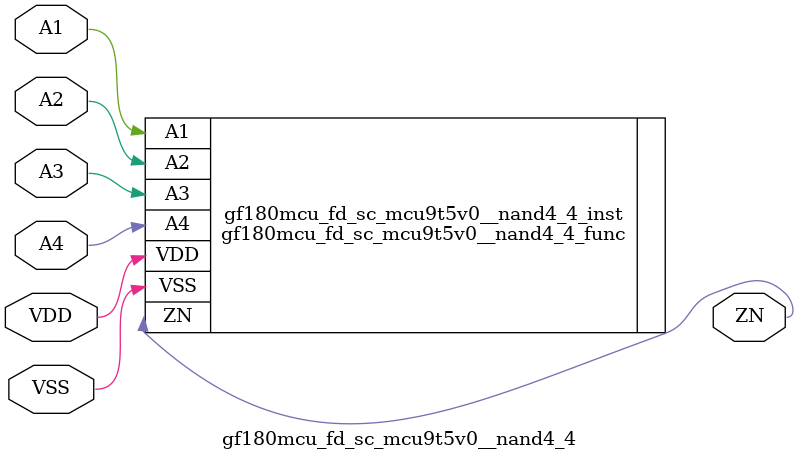
<source format=v>

module gf180mcu_fd_sc_mcu9t5v0__nand4_4( A3, ZN, A4, A2, A1, VDD, VSS );
input A1, A2, A3, A4;
inout VDD, VSS;
output ZN;

   `ifdef FUNCTIONAL  //  functional //

	gf180mcu_fd_sc_mcu9t5v0__nand4_4_func gf180mcu_fd_sc_mcu9t5v0__nand4_4_behav_inst(.A3(A3),.ZN(ZN),.A4(A4),.A2(A2),.A1(A1),.VDD(VDD),.VSS(VSS));

   `else

	gf180mcu_fd_sc_mcu9t5v0__nand4_4_func gf180mcu_fd_sc_mcu9t5v0__nand4_4_inst(.A3(A3),.ZN(ZN),.A4(A4),.A2(A2),.A1(A1),.VDD(VDD),.VSS(VSS));

	// spec_gates_begin


	// spec_gates_end



   specify

	// specify_block_begin

	// comb arc A1 --> ZN
	 (A1 => ZN) = (1.0,1.0);

	// comb arc A2 --> ZN
	 (A2 => ZN) = (1.0,1.0);

	// comb arc A3 --> ZN
	 (A3 => ZN) = (1.0,1.0);

	// comb arc A4 --> ZN
	 (A4 => ZN) = (1.0,1.0);

	// specify_block_end

   endspecify

   `endif

endmodule

</source>
